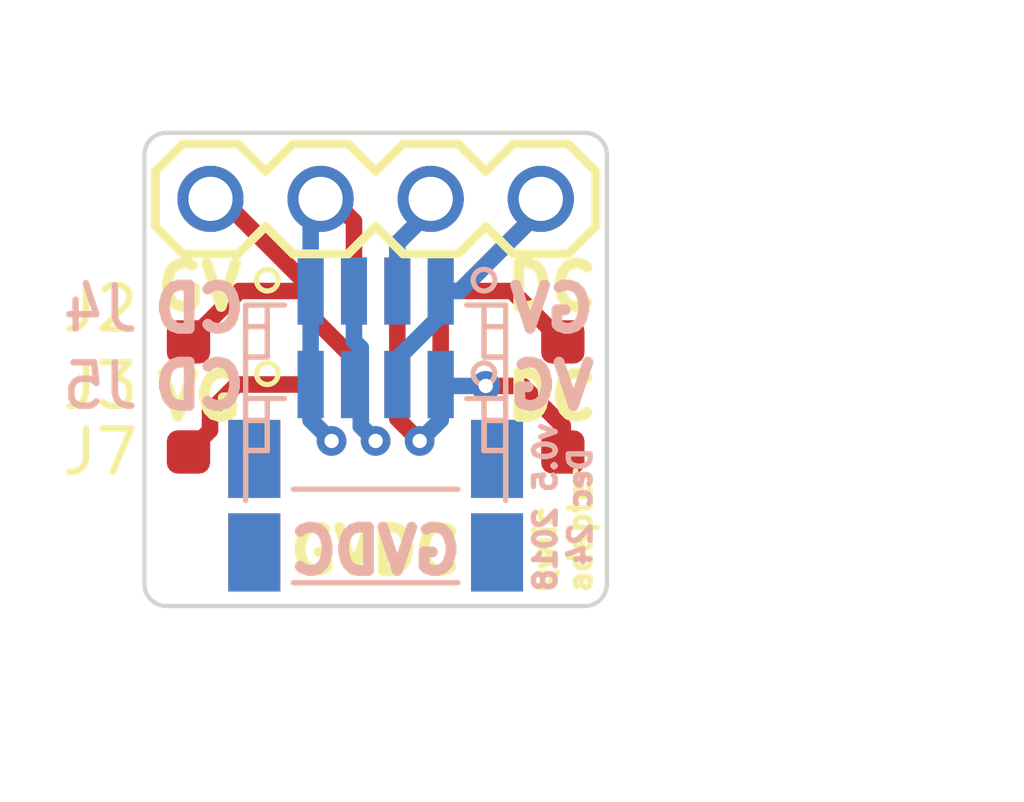
<source format=kicad_pcb>
(kicad_pcb (version 20171130) (host pcbnew "(5.0.0-3-g5ebb6b6)")

  (general
    (thickness 1.6)
    (drawings 22)
    (tracks 60)
    (zones 0)
    (modules 7)
    (nets 5)
  )

  (page A4)
  (layers
    (0 F.Cu signal)
    (31 B.Cu signal)
    (32 B.Adhes user)
    (33 F.Adhes user)
    (34 B.Paste user)
    (35 F.Paste user)
    (36 B.SilkS user)
    (37 F.SilkS user)
    (38 B.Mask user)
    (39 F.Mask user)
    (40 Dwgs.User user hide)
    (41 Cmts.User user)
    (42 Eco1.User user)
    (43 Eco2.User user hide)
    (44 Edge.Cuts user)
    (45 Margin user)
    (46 B.CrtYd user)
    (47 F.CrtYd user)
    (48 B.Fab user)
    (49 F.Fab user)
  )

  (setup
    (last_trace_width 0.381)
    (user_trace_width 0.1524)
    (user_trace_width 0.381)
    (trace_clearance 0.1524)
    (zone_clearance 0.508)
    (zone_45_only no)
    (trace_min 0.1524)
    (segment_width 0.2)
    (edge_width 0.1)
    (via_size 0.6858)
    (via_drill 0.3302)
    (via_min_size 0.6858)
    (via_min_drill 0.3302)
    (uvia_size 0.254)
    (uvia_drill 0.1016)
    (uvias_allowed no)
    (uvia_min_size 0.2)
    (uvia_min_drill 0.1)
    (pcb_text_width 0.3)
    (pcb_text_size 1.5 1.5)
    (mod_edge_width 0.15)
    (mod_text_size 1 1)
    (mod_text_width 0.15)
    (pad_size 1.5 1.5)
    (pad_drill 0.6)
    (pad_to_mask_clearance 0)
    (aux_axis_origin 0 0)
    (visible_elements FFFFFF7F)
    (pcbplotparams
      (layerselection 0x010fc_ffffffff)
      (usegerberextensions false)
      (usegerberattributes false)
      (usegerberadvancedattributes false)
      (creategerberjobfile false)
      (excludeedgelayer true)
      (linewidth 0.100000)
      (plotframeref false)
      (viasonmask false)
      (mode 1)
      (useauxorigin false)
      (hpglpennumber 1)
      (hpglpenspeed 20)
      (hpglpendiameter 15.000000)
      (psnegative false)
      (psa4output false)
      (plotreference true)
      (plotvalue true)
      (plotinvisibletext false)
      (padsonsilk false)
      (subtractmaskfromsilk false)
      (outputformat 1)
      (mirror false)
      (drillshape 0)
      (scaleselection 1)
      (outputdirectory ""))
  )

  (net 0 "")
  (net 1 GND0)
  (net 2 GND1)
  (net 3 GND3)
  (net 4 GND2)

  (net_class Default "This is the default net class."
    (clearance 0.1524)
    (trace_width 0.1524)
    (via_dia 0.6858)
    (via_drill 0.3302)
    (uvia_dia 0.254)
    (uvia_drill 0.1016)
    (add_net GND0)
    (add_net GND1)
    (add_net GND2)
    (add_net GND3)
  )

  (net_class power ""
    (clearance 0.1524)
    (trace_width 0.381)
    (via_dia 0.6858)
    (via_drill 0.3302)
    (uvia_dia 0.254)
    (uvia_drill 0.1016)
  )

  (module library:PAD-4 (layer F.Cu) (tedit 5C1FB48F) (tstamp 5C223528)
    (at 138.938 79.502)
    (path /5C2225BA)
    (fp_text reference J7 (at -2.032 2.54) (layer F.SilkS)
      (effects (font (size 1 1) (thickness 0.15)))
    )
    (fp_text value PAD (at -2.794 -2.54) (layer F.Fab)
      (effects (font (size 1 1) (thickness 0.15)))
    )
    (pad 1 smd roundrect (at 0 0) (size 1 1) (layers F.Cu F.Paste F.Mask) (roundrect_rratio 0.25)
      (net 1 GND0))
    (pad 3 smd roundrect (at 8.636 2.54) (size 1 1) (layers F.Cu F.Paste F.Mask) (roundrect_rratio 0.25)
      (net 3 GND3))
    (pad 4 smd roundrect (at 8.636 0) (size 1 1) (layers F.Cu F.Paste F.Mask) (roundrect_rratio 0.25)
      (net 4 GND2))
    (pad 2 smd roundrect (at 0 2.54) (size 1 1) (layers F.Cu F.Paste F.Mask) (roundrect_rratio 0.25)
      (net 2 GND1))
  )

  (module freetronics_footprints:1X04 (layer F.Cu) (tedit 54769E06) (tstamp 5C222DA9)
    (at 139.446 76.2)
    (path /5C20A735)
    (fp_text reference J1 (at 0 0) (layer Eco1.User)
      (effects (font (size 0.6 0.6) (thickness 0.1)))
    )
    (fp_text value Conn_01x04_Female (at 3.048 -4.064) (layer Eco1.User)
      (effects (font (size 0.6 0.6) (thickness 0.1)))
    )
    (fp_line (start 6.985 -1.27) (end 8.255 -1.27) (layer F.SilkS) (width 0.2032))
    (fp_line (start 8.255 -1.27) (end 8.89 -0.635) (layer F.SilkS) (width 0.2032))
    (fp_line (start 8.89 0.635) (end 8.255 1.27) (layer F.SilkS) (width 0.2032))
    (fp_line (start 3.81 -0.635) (end 4.445 -1.27) (layer F.SilkS) (width 0.2032))
    (fp_line (start 4.445 -1.27) (end 5.715 -1.27) (layer F.SilkS) (width 0.2032))
    (fp_line (start 5.715 -1.27) (end 6.35 -0.635) (layer F.SilkS) (width 0.2032))
    (fp_line (start 6.35 0.635) (end 5.715 1.27) (layer F.SilkS) (width 0.2032))
    (fp_line (start 5.715 1.27) (end 4.445 1.27) (layer F.SilkS) (width 0.2032))
    (fp_line (start 4.445 1.27) (end 3.81 0.635) (layer F.SilkS) (width 0.2032))
    (fp_line (start 6.985 -1.27) (end 6.35 -0.635) (layer F.SilkS) (width 0.2032))
    (fp_line (start 6.35 0.635) (end 6.985 1.27) (layer F.SilkS) (width 0.2032))
    (fp_line (start 8.255 1.27) (end 6.985 1.27) (layer F.SilkS) (width 0.2032))
    (fp_line (start -0.635 -1.27) (end 0.635 -1.27) (layer F.SilkS) (width 0.2032))
    (fp_line (start 0.635 -1.27) (end 1.27 -0.635) (layer F.SilkS) (width 0.2032))
    (fp_line (start 1.27 0.635) (end 0.635 1.27) (layer F.SilkS) (width 0.2032))
    (fp_line (start 1.27 -0.635) (end 1.905 -1.27) (layer F.SilkS) (width 0.2032))
    (fp_line (start 1.905 -1.27) (end 3.175 -1.27) (layer F.SilkS) (width 0.2032))
    (fp_line (start 3.175 -1.27) (end 3.81 -0.635) (layer F.SilkS) (width 0.2032))
    (fp_line (start 3.81 0.635) (end 3.175 1.27) (layer F.SilkS) (width 0.2032))
    (fp_line (start 3.175 1.27) (end 1.905 1.27) (layer F.SilkS) (width 0.2032))
    (fp_line (start 1.905 1.27) (end 1.27 0.635) (layer F.SilkS) (width 0.2032))
    (fp_line (start -1.27 -0.635) (end -1.27 0.635) (layer F.SilkS) (width 0.2032))
    (fp_line (start -0.635 -1.27) (end -1.27 -0.635) (layer F.SilkS) (width 0.2032))
    (fp_line (start -1.27 0.635) (end -0.635 1.27) (layer F.SilkS) (width 0.2032))
    (fp_line (start 0.635 1.27) (end -0.635 1.27) (layer F.SilkS) (width 0.2032))
    (fp_line (start 8.89 -0.635) (end 8.89 0.635) (layer F.SilkS) (width 0.2032))
    (pad 1 thru_hole oval (at 0 0 90) (size 1.524 1.524) (drill 1.016) (layers *.Cu *.Mask)
      (net 1 GND0))
    (pad 2 thru_hole oval (at 2.54 0 90) (size 1.524 1.524) (drill 1.016) (layers *.Cu *.Mask)
      (net 2 GND1))
    (pad 3 thru_hole oval (at 5.08 0 90) (size 1.524 1.524) (drill 1.016) (layers *.Cu *.Mask)
      (net 3 GND3))
    (pad 4 thru_hole oval (at 7.62 0 90) (size 1.524 1.524) (drill 1.016) (layers *.Cu *.Mask)
      (net 4 GND2))
  )

  (module library:JST_SH_SM04B-SRSS-TB_04x1.00mm_Angled (layer F.Cu) (tedit 56B07436) (tstamp 5C20904A)
    (at 143.256 80.264)
    (descr http://www.jst-mfg.com/product/pdf/eng/eSH.pdf)
    (tags "connector jst sh")
    (path /5C20A677)
    (attr smd)
    (fp_text reference J2 (at -6.35 -1.524) (layer F.SilkS)
      (effects (font (size 1 1) (thickness 0.15)))
    )
    (fp_text value GVDC (at 8.128 -1.524) (layer F.Fab)
      (effects (font (size 1 1) (thickness 0.15)))
    )
    (fp_circle (center -2.5 -2.1875) (end -2.25 -2.1875) (layer F.SilkS) (width 0.12))
    (fp_line (start -1.9 2.6375) (end 1.9 2.6375) (layer F.SilkS) (width 0.12))
    (fp_line (start -3 0.7375) (end -3 -1.6125) (layer F.SilkS) (width 0.12))
    (fp_line (start -3 -1.6125) (end -2.1 -1.6125) (layer F.SilkS) (width 0.12))
    (fp_line (start -2.5 -1.6125) (end -2.5 -0.4125) (layer F.SilkS) (width 0.12))
    (fp_line (start -2.5 -0.4125) (end -2.5 -0.4125) (layer F.SilkS) (width 0.12))
    (fp_line (start -2.5 -0.4125) (end -2.5 -1.6125) (layer F.SilkS) (width 0.12))
    (fp_line (start -2.5 -1.6125) (end -2.5 -1.6125) (layer F.SilkS) (width 0.12))
    (fp_line (start -2.5 -1.1125) (end -2.5 -1.1125) (layer F.SilkS) (width 0.12))
    (fp_line (start -2.5 -1.1125) (end -3 -1.1125) (layer F.SilkS) (width 0.12))
    (fp_line (start -3 -1.1125) (end -3 -1.1125) (layer F.SilkS) (width 0.12))
    (fp_line (start -3 -1.1125) (end -2.5 -1.1125) (layer F.SilkS) (width 0.12))
    (fp_line (start -2.5 -0.4125) (end -2.5 -0.4125) (layer F.SilkS) (width 0.12))
    (fp_line (start -2.5 -0.4125) (end -3 -0.4125) (layer F.SilkS) (width 0.12))
    (fp_line (start -3 -0.4125) (end -3 -0.4125) (layer F.SilkS) (width 0.12))
    (fp_line (start -3 -0.4125) (end -2.5 -0.4125) (layer F.SilkS) (width 0.12))
    (fp_line (start 3 0.7375) (end 3 -1.6125) (layer F.SilkS) (width 0.12))
    (fp_line (start 3 -1.6125) (end 2.1 -1.6125) (layer F.SilkS) (width 0.12))
    (fp_line (start 2.5 -1.6125) (end 2.5 -0.4125) (layer F.SilkS) (width 0.12))
    (fp_line (start 2.5 -0.4125) (end 2.5 -0.4125) (layer F.SilkS) (width 0.12))
    (fp_line (start 2.5 -0.4125) (end 2.5 -1.6125) (layer F.SilkS) (width 0.12))
    (fp_line (start 2.5 -1.6125) (end 2.5 -1.6125) (layer F.SilkS) (width 0.12))
    (fp_line (start 2.5 -1.1125) (end 2.5 -1.1125) (layer F.SilkS) (width 0.12))
    (fp_line (start 2.5 -1.1125) (end 3 -1.1125) (layer F.SilkS) (width 0.12))
    (fp_line (start 3 -1.1125) (end 3 -1.1125) (layer F.SilkS) (width 0.12))
    (fp_line (start 3 -1.1125) (end 2.5 -1.1125) (layer F.SilkS) (width 0.12))
    (fp_line (start 2.5 -0.4125) (end 2.5 -0.4125) (layer F.SilkS) (width 0.12))
    (fp_line (start 2.5 -0.4125) (end 3 -0.4125) (layer F.SilkS) (width 0.12))
    (fp_line (start 3 -0.4125) (end 3 -0.4125) (layer F.SilkS) (width 0.12))
    (fp_line (start 3 -0.4125) (end 2.5 -0.4125) (layer F.SilkS) (width 0.12))
    (fp_line (start -3.9 3.35) (end -3.9 -3.25) (layer F.CrtYd) (width 0.05))
    (fp_line (start -3.9 -3.25) (end 3.9 -3.25) (layer F.CrtYd) (width 0.05))
    (fp_line (start 3.9 -3.25) (end 3.9 3.35) (layer F.CrtYd) (width 0.05))
    (fp_line (start 3.9 3.35) (end -3.9 3.35) (layer F.CrtYd) (width 0.05))
    (pad 1 smd rect (at -1.5 -1.9375) (size 0.6 1.55) (layers F.Cu F.Paste F.Mask)
      (net 1 GND0))
    (pad 2 smd rect (at -0.5 -1.9375) (size 0.6 1.55) (layers F.Cu F.Paste F.Mask)
      (net 2 GND1))
    (pad 3 smd rect (at 0.5 -1.9375) (size 0.6 1.55) (layers F.Cu F.Paste F.Mask)
      (net 3 GND3))
    (pad 4 smd rect (at 1.5 -1.9375) (size 0.6 1.55) (layers F.Cu F.Paste F.Mask)
      (net 4 GND2))
    (pad "" smd rect (at -2.8 1.9375) (size 1.2 1.8) (layers F.Cu F.Paste F.Mask))
    (pad "" smd rect (at 2.8 1.9375) (size 1.2 1.8) (layers F.Cu F.Paste F.Mask))
  )

  (module library:JST_SH_SM04B-SRSS-TB_04x1.00mm_Angled (layer F.Cu) (tedit 56B07436) (tstamp 5C209076)
    (at 143.256 82.423)
    (descr http://www.jst-mfg.com/product/pdf/eng/eSH.pdf)
    (tags "connector jst sh")
    (path /5C20E7EC)
    (attr smd)
    (fp_text reference J3 (at -6.35 -1.905) (layer F.SilkS)
      (effects (font (size 1 1) (thickness 0.15)))
    )
    (fp_text value VGDC (at 8.128 -1.905) (layer F.Fab)
      (effects (font (size 1 1) (thickness 0.15)))
    )
    (fp_line (start 3.9 3.35) (end -3.9 3.35) (layer F.CrtYd) (width 0.05))
    (fp_line (start 3.9 -3.25) (end 3.9 3.35) (layer F.CrtYd) (width 0.05))
    (fp_line (start -3.9 -3.25) (end 3.9 -3.25) (layer F.CrtYd) (width 0.05))
    (fp_line (start -3.9 3.35) (end -3.9 -3.25) (layer F.CrtYd) (width 0.05))
    (fp_line (start 3 -0.4125) (end 2.5 -0.4125) (layer F.SilkS) (width 0.12))
    (fp_line (start 3 -0.4125) (end 3 -0.4125) (layer F.SilkS) (width 0.12))
    (fp_line (start 2.5 -0.4125) (end 3 -0.4125) (layer F.SilkS) (width 0.12))
    (fp_line (start 2.5 -0.4125) (end 2.5 -0.4125) (layer F.SilkS) (width 0.12))
    (fp_line (start 3 -1.1125) (end 2.5 -1.1125) (layer F.SilkS) (width 0.12))
    (fp_line (start 3 -1.1125) (end 3 -1.1125) (layer F.SilkS) (width 0.12))
    (fp_line (start 2.5 -1.1125) (end 3 -1.1125) (layer F.SilkS) (width 0.12))
    (fp_line (start 2.5 -1.1125) (end 2.5 -1.1125) (layer F.SilkS) (width 0.12))
    (fp_line (start 2.5 -1.6125) (end 2.5 -1.6125) (layer F.SilkS) (width 0.12))
    (fp_line (start 2.5 -0.4125) (end 2.5 -1.6125) (layer F.SilkS) (width 0.12))
    (fp_line (start 2.5 -0.4125) (end 2.5 -0.4125) (layer F.SilkS) (width 0.12))
    (fp_line (start 2.5 -1.6125) (end 2.5 -0.4125) (layer F.SilkS) (width 0.12))
    (fp_line (start 3 -1.6125) (end 2.1 -1.6125) (layer F.SilkS) (width 0.12))
    (fp_line (start 3 0.7375) (end 3 -1.6125) (layer F.SilkS) (width 0.12))
    (fp_line (start -3 -0.4125) (end -2.5 -0.4125) (layer F.SilkS) (width 0.12))
    (fp_line (start -3 -0.4125) (end -3 -0.4125) (layer F.SilkS) (width 0.12))
    (fp_line (start -2.5 -0.4125) (end -3 -0.4125) (layer F.SilkS) (width 0.12))
    (fp_line (start -2.5 -0.4125) (end -2.5 -0.4125) (layer F.SilkS) (width 0.12))
    (fp_line (start -3 -1.1125) (end -2.5 -1.1125) (layer F.SilkS) (width 0.12))
    (fp_line (start -3 -1.1125) (end -3 -1.1125) (layer F.SilkS) (width 0.12))
    (fp_line (start -2.5 -1.1125) (end -3 -1.1125) (layer F.SilkS) (width 0.12))
    (fp_line (start -2.5 -1.1125) (end -2.5 -1.1125) (layer F.SilkS) (width 0.12))
    (fp_line (start -2.5 -1.6125) (end -2.5 -1.6125) (layer F.SilkS) (width 0.12))
    (fp_line (start -2.5 -0.4125) (end -2.5 -1.6125) (layer F.SilkS) (width 0.12))
    (fp_line (start -2.5 -0.4125) (end -2.5 -0.4125) (layer F.SilkS) (width 0.12))
    (fp_line (start -2.5 -1.6125) (end -2.5 -0.4125) (layer F.SilkS) (width 0.12))
    (fp_line (start -3 -1.6125) (end -2.1 -1.6125) (layer F.SilkS) (width 0.12))
    (fp_line (start -3 0.7375) (end -3 -1.6125) (layer F.SilkS) (width 0.12))
    (fp_line (start -1.9 2.6375) (end 1.9 2.6375) (layer F.SilkS) (width 0.12))
    (fp_circle (center -2.5 -2.1875) (end -2.25 -2.1875) (layer F.SilkS) (width 0.12))
    (pad "" smd rect (at 2.8 1.9375) (size 1.2 1.8) (layers F.Cu F.Paste F.Mask))
    (pad "" smd rect (at -2.8 1.9375) (size 1.2 1.8) (layers F.Cu F.Paste F.Mask))
    (pad 4 smd rect (at 1.5 -1.9375) (size 0.6 1.55) (layers F.Cu F.Paste F.Mask)
      (net 4 GND2))
    (pad 3 smd rect (at 0.5 -1.9375) (size 0.6 1.55) (layers F.Cu F.Paste F.Mask)
      (net 3 GND3))
    (pad 2 smd rect (at -0.5 -1.9375) (size 0.6 1.55) (layers F.Cu F.Paste F.Mask)
      (net 1 GND0))
    (pad 1 smd rect (at -1.5 -1.9375) (size 0.6 1.55) (layers F.Cu F.Paste F.Mask)
      (net 2 GND1))
  )

  (module library:JST_SH_SM04B-SRSS-TB_04x1.00mm_Angled (layer B.Cu) (tedit 56B07436) (tstamp 5C20DE6C)
    (at 143.256 80.264 180)
    (descr http://www.jst-mfg.com/product/pdf/eng/eSH.pdf)
    (tags "connector jst sh")
    (path /5C20E86B)
    (attr smd)
    (fp_text reference J4 (at 6.35 1.524 180) (layer B.SilkS)
      (effects (font (size 1 1) (thickness 0.15)) (justify mirror))
    )
    (fp_text value GVCD (at -8.128 1.524 180) (layer B.Fab)
      (effects (font (size 1 1) (thickness 0.15)) (justify mirror))
    )
    (fp_circle (center -2.5 2.1875) (end -2.25 2.1875) (layer B.SilkS) (width 0.12))
    (fp_line (start -1.9 -2.6375) (end 1.9 -2.6375) (layer B.SilkS) (width 0.12))
    (fp_line (start -3 -0.7375) (end -3 1.6125) (layer B.SilkS) (width 0.12))
    (fp_line (start -3 1.6125) (end -2.1 1.6125) (layer B.SilkS) (width 0.12))
    (fp_line (start -2.5 1.6125) (end -2.5 0.4125) (layer B.SilkS) (width 0.12))
    (fp_line (start -2.5 0.4125) (end -2.5 0.4125) (layer B.SilkS) (width 0.12))
    (fp_line (start -2.5 0.4125) (end -2.5 1.6125) (layer B.SilkS) (width 0.12))
    (fp_line (start -2.5 1.6125) (end -2.5 1.6125) (layer B.SilkS) (width 0.12))
    (fp_line (start -2.5 1.1125) (end -2.5 1.1125) (layer B.SilkS) (width 0.12))
    (fp_line (start -2.5 1.1125) (end -3 1.1125) (layer B.SilkS) (width 0.12))
    (fp_line (start -3 1.1125) (end -3 1.1125) (layer B.SilkS) (width 0.12))
    (fp_line (start -3 1.1125) (end -2.5 1.1125) (layer B.SilkS) (width 0.12))
    (fp_line (start -2.5 0.4125) (end -2.5 0.4125) (layer B.SilkS) (width 0.12))
    (fp_line (start -2.5 0.4125) (end -3 0.4125) (layer B.SilkS) (width 0.12))
    (fp_line (start -3 0.4125) (end -3 0.4125) (layer B.SilkS) (width 0.12))
    (fp_line (start -3 0.4125) (end -2.5 0.4125) (layer B.SilkS) (width 0.12))
    (fp_line (start 3 -0.7375) (end 3 1.6125) (layer B.SilkS) (width 0.12))
    (fp_line (start 3 1.6125) (end 2.1 1.6125) (layer B.SilkS) (width 0.12))
    (fp_line (start 2.5 1.6125) (end 2.5 0.4125) (layer B.SilkS) (width 0.12))
    (fp_line (start 2.5 0.4125) (end 2.5 0.4125) (layer B.SilkS) (width 0.12))
    (fp_line (start 2.5 0.4125) (end 2.5 1.6125) (layer B.SilkS) (width 0.12))
    (fp_line (start 2.5 1.6125) (end 2.5 1.6125) (layer B.SilkS) (width 0.12))
    (fp_line (start 2.5 1.1125) (end 2.5 1.1125) (layer B.SilkS) (width 0.12))
    (fp_line (start 2.5 1.1125) (end 3 1.1125) (layer B.SilkS) (width 0.12))
    (fp_line (start 3 1.1125) (end 3 1.1125) (layer B.SilkS) (width 0.12))
    (fp_line (start 3 1.1125) (end 2.5 1.1125) (layer B.SilkS) (width 0.12))
    (fp_line (start 2.5 0.4125) (end 2.5 0.4125) (layer B.SilkS) (width 0.12))
    (fp_line (start 2.5 0.4125) (end 3 0.4125) (layer B.SilkS) (width 0.12))
    (fp_line (start 3 0.4125) (end 3 0.4125) (layer B.SilkS) (width 0.12))
    (fp_line (start 3 0.4125) (end 2.5 0.4125) (layer B.SilkS) (width 0.12))
    (fp_line (start -3.9 -3.35) (end -3.9 3.25) (layer B.CrtYd) (width 0.05))
    (fp_line (start -3.9 3.25) (end 3.9 3.25) (layer B.CrtYd) (width 0.05))
    (fp_line (start 3.9 3.25) (end 3.9 -3.35) (layer B.CrtYd) (width 0.05))
    (fp_line (start 3.9 -3.35) (end -3.9 -3.35) (layer B.CrtYd) (width 0.05))
    (pad 1 smd rect (at -1.5 1.9375 180) (size 0.6 1.55) (layers B.Cu B.Paste B.Mask)
      (net 4 GND2))
    (pad 2 smd rect (at -0.5 1.9375 180) (size 0.6 1.55) (layers B.Cu B.Paste B.Mask)
      (net 3 GND3))
    (pad 3 smd rect (at 0.5 1.9375 180) (size 0.6 1.55) (layers B.Cu B.Paste B.Mask)
      (net 1 GND0))
    (pad 4 smd rect (at 1.5 1.9375 180) (size 0.6 1.55) (layers B.Cu B.Paste B.Mask)
      (net 2 GND1))
    (pad "" smd rect (at -2.8 -1.9375 180) (size 1.2 1.8) (layers B.Cu B.Paste B.Mask))
    (pad "" smd rect (at 2.8 -1.9375 180) (size 1.2 1.8) (layers B.Cu B.Paste B.Mask))
  )

  (module library:JST_SH_SM04B-SRSS-TB_04x1.00mm_Angled (layer B.Cu) (tedit 56B07436) (tstamp 5C2090CE)
    (at 143.256 82.423 180)
    (descr http://www.jst-mfg.com/product/pdf/eng/eSH.pdf)
    (tags "connector jst sh")
    (path /5C20E8AF)
    (attr smd)
    (fp_text reference J5 (at 6.35 1.905 180) (layer B.SilkS)
      (effects (font (size 1 1) (thickness 0.15)) (justify mirror))
    )
    (fp_text value VGCD (at -8.128 1.905 180) (layer B.Fab)
      (effects (font (size 1 1) (thickness 0.15)) (justify mirror))
    )
    (fp_line (start 3.9 -3.35) (end -3.9 -3.35) (layer B.CrtYd) (width 0.05))
    (fp_line (start 3.9 3.25) (end 3.9 -3.35) (layer B.CrtYd) (width 0.05))
    (fp_line (start -3.9 3.25) (end 3.9 3.25) (layer B.CrtYd) (width 0.05))
    (fp_line (start -3.9 -3.35) (end -3.9 3.25) (layer B.CrtYd) (width 0.05))
    (fp_line (start 3 0.4125) (end 2.5 0.4125) (layer B.SilkS) (width 0.12))
    (fp_line (start 3 0.4125) (end 3 0.4125) (layer B.SilkS) (width 0.12))
    (fp_line (start 2.5 0.4125) (end 3 0.4125) (layer B.SilkS) (width 0.12))
    (fp_line (start 2.5 0.4125) (end 2.5 0.4125) (layer B.SilkS) (width 0.12))
    (fp_line (start 3 1.1125) (end 2.5 1.1125) (layer B.SilkS) (width 0.12))
    (fp_line (start 3 1.1125) (end 3 1.1125) (layer B.SilkS) (width 0.12))
    (fp_line (start 2.5 1.1125) (end 3 1.1125) (layer B.SilkS) (width 0.12))
    (fp_line (start 2.5 1.1125) (end 2.5 1.1125) (layer B.SilkS) (width 0.12))
    (fp_line (start 2.5 1.6125) (end 2.5 1.6125) (layer B.SilkS) (width 0.12))
    (fp_line (start 2.5 0.4125) (end 2.5 1.6125) (layer B.SilkS) (width 0.12))
    (fp_line (start 2.5 0.4125) (end 2.5 0.4125) (layer B.SilkS) (width 0.12))
    (fp_line (start 2.5 1.6125) (end 2.5 0.4125) (layer B.SilkS) (width 0.12))
    (fp_line (start 3 1.6125) (end 2.1 1.6125) (layer B.SilkS) (width 0.12))
    (fp_line (start 3 -0.7375) (end 3 1.6125) (layer B.SilkS) (width 0.12))
    (fp_line (start -3 0.4125) (end -2.5 0.4125) (layer B.SilkS) (width 0.12))
    (fp_line (start -3 0.4125) (end -3 0.4125) (layer B.SilkS) (width 0.12))
    (fp_line (start -2.5 0.4125) (end -3 0.4125) (layer B.SilkS) (width 0.12))
    (fp_line (start -2.5 0.4125) (end -2.5 0.4125) (layer B.SilkS) (width 0.12))
    (fp_line (start -3 1.1125) (end -2.5 1.1125) (layer B.SilkS) (width 0.12))
    (fp_line (start -3 1.1125) (end -3 1.1125) (layer B.SilkS) (width 0.12))
    (fp_line (start -2.5 1.1125) (end -3 1.1125) (layer B.SilkS) (width 0.12))
    (fp_line (start -2.5 1.1125) (end -2.5 1.1125) (layer B.SilkS) (width 0.12))
    (fp_line (start -2.5 1.6125) (end -2.5 1.6125) (layer B.SilkS) (width 0.12))
    (fp_line (start -2.5 0.4125) (end -2.5 1.6125) (layer B.SilkS) (width 0.12))
    (fp_line (start -2.5 0.4125) (end -2.5 0.4125) (layer B.SilkS) (width 0.12))
    (fp_line (start -2.5 1.6125) (end -2.5 0.4125) (layer B.SilkS) (width 0.12))
    (fp_line (start -3 1.6125) (end -2.1 1.6125) (layer B.SilkS) (width 0.12))
    (fp_line (start -3 -0.7375) (end -3 1.6125) (layer B.SilkS) (width 0.12))
    (fp_line (start -1.9 -2.6375) (end 1.9 -2.6375) (layer B.SilkS) (width 0.12))
    (fp_circle (center -2.5 2.1875) (end -2.25 2.1875) (layer B.SilkS) (width 0.12))
    (pad "" smd rect (at 2.8 -1.9375 180) (size 1.2 1.8) (layers B.Cu B.Paste B.Mask))
    (pad "" smd rect (at -2.8 -1.9375 180) (size 1.2 1.8) (layers B.Cu B.Paste B.Mask))
    (pad 4 smd rect (at 1.5 1.9375 180) (size 0.6 1.55) (layers B.Cu B.Paste B.Mask)
      (net 2 GND1))
    (pad 3 smd rect (at 0.5 1.9375 180) (size 0.6 1.55) (layers B.Cu B.Paste B.Mask)
      (net 1 GND0))
    (pad 2 smd rect (at -0.5 1.9375 180) (size 0.6 1.55) (layers B.Cu B.Paste B.Mask)
      (net 4 GND2))
    (pad 1 smd rect (at -1.5 1.9375 180) (size 0.6 1.55) (layers B.Cu B.Paste B.Mask)
      (net 3 GND3))
  )

  (module freetronics_footprints:1X04 (layer F.Cu) (tedit 54769E06) (tstamp 5C2164CB)
    (at 147.066 76.2 180)
    (path /5C22ED0C)
    (fp_text reference J8 (at 0 0 180) (layer Eco1.User)
      (effects (font (size 0.6 0.6) (thickness 0.1)))
    )
    (fp_text value Conn_01x04_Female (at 4.572 3.048 180) (layer Eco1.User)
      (effects (font (size 0.6 0.6) (thickness 0.1)))
    )
    (fp_line (start 6.985 -1.27) (end 8.255 -1.27) (layer F.SilkS) (width 0.2032))
    (fp_line (start 8.255 -1.27) (end 8.89 -0.635) (layer F.SilkS) (width 0.2032))
    (fp_line (start 8.89 0.635) (end 8.255 1.27) (layer F.SilkS) (width 0.2032))
    (fp_line (start 3.81 -0.635) (end 4.445 -1.27) (layer F.SilkS) (width 0.2032))
    (fp_line (start 4.445 -1.27) (end 5.715 -1.27) (layer F.SilkS) (width 0.2032))
    (fp_line (start 5.715 -1.27) (end 6.35 -0.635) (layer F.SilkS) (width 0.2032))
    (fp_line (start 6.35 0.635) (end 5.715 1.27) (layer F.SilkS) (width 0.2032))
    (fp_line (start 5.715 1.27) (end 4.445 1.27) (layer F.SilkS) (width 0.2032))
    (fp_line (start 4.445 1.27) (end 3.81 0.635) (layer F.SilkS) (width 0.2032))
    (fp_line (start 6.985 -1.27) (end 6.35 -0.635) (layer F.SilkS) (width 0.2032))
    (fp_line (start 6.35 0.635) (end 6.985 1.27) (layer F.SilkS) (width 0.2032))
    (fp_line (start 8.255 1.27) (end 6.985 1.27) (layer F.SilkS) (width 0.2032))
    (fp_line (start -0.635 -1.27) (end 0.635 -1.27) (layer F.SilkS) (width 0.2032))
    (fp_line (start 0.635 -1.27) (end 1.27 -0.635) (layer F.SilkS) (width 0.2032))
    (fp_line (start 1.27 0.635) (end 0.635 1.27) (layer F.SilkS) (width 0.2032))
    (fp_line (start 1.27 -0.635) (end 1.905 -1.27) (layer F.SilkS) (width 0.2032))
    (fp_line (start 1.905 -1.27) (end 3.175 -1.27) (layer F.SilkS) (width 0.2032))
    (fp_line (start 3.175 -1.27) (end 3.81 -0.635) (layer F.SilkS) (width 0.2032))
    (fp_line (start 3.81 0.635) (end 3.175 1.27) (layer F.SilkS) (width 0.2032))
    (fp_line (start 3.175 1.27) (end 1.905 1.27) (layer F.SilkS) (width 0.2032))
    (fp_line (start 1.905 1.27) (end 1.27 0.635) (layer F.SilkS) (width 0.2032))
    (fp_line (start -1.27 -0.635) (end -1.27 0.635) (layer F.SilkS) (width 0.2032))
    (fp_line (start -0.635 -1.27) (end -1.27 -0.635) (layer F.SilkS) (width 0.2032))
    (fp_line (start -1.27 0.635) (end -0.635 1.27) (layer F.SilkS) (width 0.2032))
    (fp_line (start 0.635 1.27) (end -0.635 1.27) (layer F.SilkS) (width 0.2032))
    (fp_line (start 8.89 -0.635) (end 8.89 0.635) (layer F.SilkS) (width 0.2032))
    (pad 1 thru_hole oval (at 0 0 270) (size 1.524 1.524) (drill 1.016) (layers *.Cu *.Mask)
      (net 4 GND2))
    (pad 2 thru_hole oval (at 2.54 0 270) (size 1.524 1.524) (drill 1.016) (layers *.Cu *.Mask)
      (net 3 GND3))
    (pad 3 thru_hole oval (at 5.08 0 270) (size 1.524 1.524) (drill 1.016) (layers *.Cu *.Mask)
      (net 2 GND1))
    (pad 4 thru_hole oval (at 7.62 0 270) (size 1.524 1.524) (drill 1.016) (layers *.Cu *.Mask)
      (net 1 GND0))
  )

  (dimension 10.668 (width 0.3) (layer F.Fab)
    (gr_text "10.668 mm" (at 143.256 91.508) (layer F.Fab)
      (effects (font (size 1.5 1.5) (thickness 0.3)))
    )
    (feature1 (pts (xy 148.59 86.36) (xy 148.59 89.994421)))
    (feature2 (pts (xy 137.922 86.36) (xy 137.922 89.994421)))
    (crossbar (pts (xy 137.922 89.408) (xy 148.59 89.408)))
    (arrow1a (pts (xy 148.59 89.408) (xy 147.463496 89.994421)))
    (arrow1b (pts (xy 148.59 89.408) (xy 147.463496 88.821579)))
    (arrow2a (pts (xy 137.922 89.408) (xy 139.048504 89.994421)))
    (arrow2b (pts (xy 137.922 89.408) (xy 139.048504 88.821579)))
  )
  (dimension 10.922 (width 0.3) (layer F.Fab)
    (gr_text "10.922 mm" (at 156.278 80.137 90) (layer F.Fab)
      (effects (font (size 1.5 1.5) (thickness 0.3)))
    )
    (feature1 (pts (xy 149.098 74.676) (xy 154.764421 74.676)))
    (feature2 (pts (xy 149.098 85.598) (xy 154.764421 85.598)))
    (crossbar (pts (xy 154.178 85.598) (xy 154.178 74.676)))
    (arrow1a (pts (xy 154.178 74.676) (xy 154.764421 75.802504)))
    (arrow1b (pts (xy 154.178 74.676) (xy 153.591579 75.802504)))
    (arrow2a (pts (xy 154.178 85.598) (xy 154.764421 84.471496)))
    (arrow2b (pts (xy 154.178 85.598) (xy 153.591579 84.471496)))
  )
  (gr_text "Qwiic\nadapter" (at 147.574 85.344 90) (layer F.SilkS) (tstamp 5C2222DF)
    (effects (font (size 0.5 0.5) (thickness 0.125)) (justify left))
  )
  (gr_text "v0.5 2018\nDec 24" (at 147.574 83.312 90) (layer B.SilkS) (tstamp 5C2221FD)
    (effects (font (size 0.5 0.5) (thickness 0.125)) (justify mirror))
  )
  (gr_text GVDC (at 143.256 84.328) (layer B.SilkS) (tstamp 5C222196)
    (effects (font (size 1 1) (thickness 0.25)) (justify mirror))
  )
  (gr_text GVDC (at 143.256 84.328) (layer F.SilkS) (tstamp 5C222105)
    (effects (font (size 1 1) (thickness 0.25)))
  )
  (gr_text VG (at 147.32 80.518) (layer B.SilkS) (tstamp 5C221DDC)
    (effects (font (size 1 1) (thickness 0.25)) (justify mirror))
  )
  (gr_text CD (at 139.192 80.518) (layer B.SilkS) (tstamp 5C221DB7)
    (effects (font (size 1 1) (thickness 0.25)) (justify mirror))
  )
  (gr_text CD (at 139.192 78.74) (layer B.SilkS) (tstamp 5C221C6B)
    (effects (font (size 1 1) (thickness 0.25)) (justify mirror))
  )
  (gr_text GV (at 147.32 78.74) (layer B.SilkS) (tstamp 5C221C46)
    (effects (font (size 1 1) (thickness 0.25)) (justify mirror))
  )
  (gr_text DC (at 147.32 80.772) (layer F.SilkS) (tstamp 5C2217BD)
    (effects (font (size 1 1) (thickness 0.25)))
  )
  (gr_text VG (at 139.192 80.772) (layer F.SilkS) (tstamp 5C22179B)
    (effects (font (size 1 1) (thickness 0.25)))
  )
  (gr_text DC (at 147.32 78.232) (layer F.SilkS)
    (effects (font (size 1 1) (thickness 0.25)))
  )
  (gr_text GV (at 139.192 78.232) (layer F.SilkS)
    (effects (font (size 1 1) (thickness 0.25)))
  )
  (gr_line (start 138.43 74.676) (end 148.082 74.676) (layer Edge.Cuts) (width 0.1))
  (gr_arc (start 138.43 75.184) (end 138.43 74.676) (angle -90) (layer Edge.Cuts) (width 0.1))
  (gr_arc (start 138.43 85.09) (end 137.922 85.09) (angle -90) (layer Edge.Cuts) (width 0.1))
  (gr_arc (start 148.082 85.09) (end 148.082 85.598) (angle -90) (layer Edge.Cuts) (width 0.1))
  (gr_arc (start 148.082 75.184) (end 148.59 75.184) (angle -90) (layer Edge.Cuts) (width 0.1))
  (gr_line (start 137.922 85.09) (end 137.922 75.184) (layer Edge.Cuts) (width 0.1))
  (gr_line (start 148.082 85.598) (end 138.43 85.598) (layer Edge.Cuts) (width 0.1))
  (gr_line (start 148.59 75.184) (end 148.59 85.09) (layer Edge.Cuts) (width 0.1))

  (segment (start 141.756 78.256) (end 139.7 76.2) (width 0.381) (layer F.Cu) (net 1))
  (segment (start 141.756 78.3265) (end 141.756 78.256) (width 0.381) (layer F.Cu) (net 1))
  (segment (start 141.756 78.3265) (end 141.756 78.891) (width 0.381) (layer F.Cu) (net 1))
  (segment (start 142.756 79.891) (end 142.756 80.4855) (width 0.381) (layer F.Cu) (net 1))
  (segment (start 141.756 78.891) (end 142.756 79.891) (width 0.381) (layer F.Cu) (net 1))
  (via (at 143.256 81.788) (size 0.6858) (drill 0.3302) (layers F.Cu B.Cu) (net 1))
  (segment (start 142.756 80.6125) (end 142.913101 80.769601) (width 0.381) (layer F.Cu) (net 1))
  (segment (start 142.913101 81.445101) (end 143.256 81.788) (width 0.381) (layer B.Cu) (net 1))
  (segment (start 142.913101 79.639601) (end 142.913101 81.445101) (width 0.381) (layer B.Cu) (net 1))
  (segment (start 142.913101 81.445101) (end 143.256 81.788) (width 0.381) (layer F.Cu) (net 1))
  (segment (start 142.913101 80.769601) (end 142.913101 81.445101) (width 0.381) (layer F.Cu) (net 1))
  (segment (start 142.756 79.4825) (end 142.913101 79.639601) (width 0.381) (layer B.Cu) (net 1))
  (segment (start 142.756 78.3265) (end 142.756 79.4825) (width 0.381) (layer B.Cu) (net 1))
  (segment (start 140.1135 78.3265) (end 141.756 78.3265) (width 0.381) (layer F.Cu) (net 1))
  (segment (start 138.938 79.502) (end 140.1135 78.3265) (width 0.381) (layer F.Cu) (net 1))
  (segment (start 142.756 76.716) (end 142.24 76.2) (width 0.381) (layer F.Cu) (net 2))
  (segment (start 142.756 78.3265) (end 142.756 76.716) (width 0.381) (layer F.Cu) (net 2))
  (segment (start 141.756 76.684) (end 142.24 76.2) (width 0.381) (layer B.Cu) (net 2))
  (segment (start 141.756 78.3265) (end 141.756 76.684) (width 0.381) (layer B.Cu) (net 2))
  (via (at 142.24 81.788006) (size 0.6858) (drill 0.3302) (layers F.Cu B.Cu) (net 2))
  (segment (start 141.756 78.3265) (end 141.756 81.304006) (width 0.381) (layer B.Cu) (net 2))
  (segment (start 141.756 81.304006) (end 141.897101 81.445107) (width 0.381) (layer B.Cu) (net 2))
  (segment (start 141.756 80.6125) (end 141.756 81.304006) (width 0.381) (layer F.Cu) (net 2))
  (segment (start 141.756 81.304006) (end 141.897101 81.445107) (width 0.381) (layer F.Cu) (net 2))
  (segment (start 141.897101 81.445107) (end 142.24 81.788006) (width 0.381) (layer F.Cu) (net 2))
  (segment (start 141.897101 81.445107) (end 142.24 81.788006) (width 0.381) (layer B.Cu) (net 2))
  (segment (start 141.075 80.4855) (end 141.756 80.4855) (width 0.381) (layer F.Cu) (net 2))
  (segment (start 140.054778 80.4855) (end 141.075 80.4855) (width 0.381) (layer F.Cu) (net 2))
  (segment (start 139.435487 81.104791) (end 140.054778 80.4855) (width 0.381) (layer F.Cu) (net 2))
  (segment (start 139.435487 81.544513) (end 139.435487 81.104791) (width 0.381) (layer F.Cu) (net 2))
  (segment (start 138.938 82.042) (end 139.435487 81.544513) (width 0.381) (layer F.Cu) (net 2))
  (segment (start 143.756 77.224) (end 144.78 76.2) (width 0.381) (layer F.Cu) (net 3))
  (segment (start 143.756 78.3265) (end 143.756 77.224) (width 0.381) (layer F.Cu) (net 3))
  (segment (start 143.756 78.3265) (end 143.764 78.3345) (width 0.381) (layer B.Cu) (net 3))
  (segment (start 143.756 80.6125) (end 143.756 78.3265) (width 0.381) (layer F.Cu) (net 3))
  (segment (start 143.756 77.224) (end 144.78 76.2) (width 0.381) (layer B.Cu) (net 3))
  (segment (start 143.756 78.3265) (end 143.756 77.224) (width 0.381) (layer B.Cu) (net 3))
  (segment (start 143.756 81.272) (end 143.929101 81.445101) (width 0.381) (layer F.Cu) (net 3))
  (segment (start 143.756 80.4855) (end 143.756 81.272) (width 0.381) (layer F.Cu) (net 3))
  (segment (start 143.929101 81.445101) (end 144.272 81.788) (width 0.381) (layer F.Cu) (net 3))
  (segment (start 144.756 81.304) (end 144.614899 81.445101) (width 0.381) (layer B.Cu) (net 3))
  (segment (start 144.756 80.6125) (end 144.756 81.304) (width 0.381) (layer B.Cu) (net 3))
  (segment (start 144.614899 81.445101) (end 144.272 81.788) (width 0.381) (layer B.Cu) (net 3))
  (via (at 144.272 81.788) (size 0.6858) (drill 0.3302) (layers F.Cu B.Cu) (net 3))
  (segment (start 145.796 80.518) (end 144.7885 80.518) (width 0.381) (layer B.Cu) (net 3))
  (segment (start 144.7885 80.518) (end 144.756 80.4855) (width 0.381) (layer B.Cu) (net 3))
  (via (at 145.796 80.518) (size 0.6858) (drill 0.3302) (layers F.Cu B.Cu) (net 3))
  (segment (start 147.574 81.442) (end 147.574 82.042) (width 0.381) (layer F.Cu) (net 3))
  (segment (start 146.65 80.518) (end 147.574 81.442) (width 0.381) (layer F.Cu) (net 3))
  (segment (start 145.796 80.518) (end 146.65 80.518) (width 0.381) (layer F.Cu) (net 3))
  (segment (start 145.1935 78.3265) (end 147.32 76.2) (width 0.381) (layer F.Cu) (net 4))
  (segment (start 144.756 78.3265) (end 145.1935 78.3265) (width 0.381) (layer F.Cu) (net 4))
  (segment (start 144.756 80.6125) (end 144.756 78.3265) (width 0.381) (layer F.Cu) (net 4))
  (segment (start 145.1935 78.3265) (end 147.32 76.2) (width 0.381) (layer B.Cu) (net 4))
  (segment (start 144.756 78.3265) (end 145.1935 78.3265) (width 0.381) (layer B.Cu) (net 4))
  (segment (start 144.756 78.3265) (end 144.756 78.891) (width 0.381) (layer B.Cu) (net 4))
  (segment (start 143.756 79.891) (end 143.756 80.4855) (width 0.381) (layer B.Cu) (net 4))
  (segment (start 144.756 78.891) (end 143.756 79.891) (width 0.381) (layer B.Cu) (net 4))
  (segment (start 146.3985 78.3265) (end 144.756 78.3265) (width 0.381) (layer F.Cu) (net 4))
  (segment (start 147.574 79.502) (end 146.3985 78.3265) (width 0.381) (layer F.Cu) (net 4))

)

</source>
